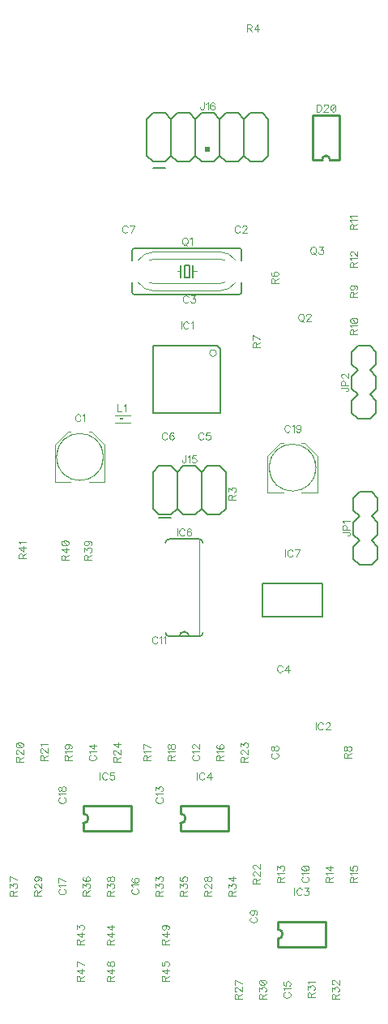
<source format=gto>
G04 DipTrace 3.2.0.1*
G04 ugrids02.GTO*
%MOIN*%
G04 #@! TF.FileFunction,Legend,Top*
G04 #@! TF.Part,Single*
%ADD10C,0.009843*%
%ADD14C,0.008*%
%ADD18C,0.006*%
%ADD19C,0.002*%
%ADD23C,0.000013*%
%ADD24C,0.004*%
%ADD32C,0.002756*%
%ADD66C,0.004632*%
%FSLAX26Y26*%
G04*
G70*
G90*
G75*
G01*
G04 TopSilk*
%LPD*%
X595712Y2881604D2*
D23*
G02X595712Y2881604I96466J0D01*
G01*
X654775Y2779232D2*
D24*
X589816D1*
Y2930826D1*
X642962Y2983977D1*
X654775D1*
X729581D2*
X741394D1*
X794540Y2930826D1*
Y2779232D1*
X729581D1*
X658706Y2791049D2*
G02X658706Y2972160I33497J90556D01*
G01*
X725651Y2791049D2*
G03X725651Y2972160I-33497J90556D01*
G01*
X1470712Y2837855D2*
D23*
G02X1470712Y2837855I96466J0D01*
G01*
X1529775Y2735482D2*
D24*
X1464816D1*
Y2887076D1*
X1517962Y2940228D1*
X1529775D1*
X1604581D2*
X1616394D1*
X1669540Y2887076D1*
Y2735482D1*
X1604581D1*
X1533706Y2747299D2*
G02X1533706Y2928411I33497J90556D01*
G01*
X1600651Y2747299D2*
G03X1600651Y2928411I-33497J90556D01*
G01*
X1225799Y3308104D2*
D23*
G02X1225799Y3308104I14143J0D01*
G01*
X1269915Y3062132D2*
D18*
X993969D1*
Y3338077D1*
X1255947D1*
X1269915Y3324109D2*
Y3062132D1*
Y3324109D2*
X1255947Y3338077D1*
X1506251Y870278D2*
D10*
X1703105D1*
X1506251Y972655D2*
X1703105D1*
Y870278D2*
Y972655D1*
X1506251Y901772D2*
Y870278D1*
Y941161D2*
Y972655D1*
Y901772D2*
G03X1506251Y941161I-9J19694D01*
G01*
X1106251Y1345278D2*
X1303105D1*
X1106251Y1447655D2*
X1303105D1*
Y1345278D2*
Y1447655D1*
X1106251Y1376772D2*
Y1345278D1*
Y1416161D2*
Y1447655D1*
Y1376772D2*
G03X1106251Y1416161I-9J19694D01*
G01*
X706251Y1345278D2*
X903105D1*
X706251Y1447655D2*
X903105D1*
Y1345278D2*
Y1447655D1*
X706251Y1376772D2*
Y1345278D1*
Y1416161D2*
Y1447655D1*
Y1376772D2*
G03X706251Y1416161I-9J19694D01*
G01*
X1198168Y2529104D2*
D18*
G03X1183163Y2544104I-15000J0D01*
G01*
X1059193Y2144104D2*
G02X1044188Y2159104I-18J14987D01*
G01*
Y2529104D2*
G02X1059193Y2544104I14987J13D01*
G01*
X1183163Y2144104D2*
G03X1198168Y2159104I32J14974D01*
G01*
X1183163Y2544104D2*
X1059193D1*
Y2144104D2*
X1101182D1*
X1141174D1*
X1183163D1*
X1101182D2*
G02X1141174Y2144104I19996J4D01*
G01*
X1184193D2*
D19*
Y2544104D1*
X1444186Y2362251D2*
D18*
Y2226023D1*
X1690170D2*
Y2362251D1*
X1444186D2*
X1690170D1*
Y2226023D2*
X1444186D1*
X992178Y2669098D2*
D14*
X1017168Y2644112D1*
X1067178D2*
X1092168Y2669098D1*
X1117188Y2644112D1*
X1167168D2*
X1192188Y2669098D1*
X1217178Y2644112D1*
X1267188D2*
X1292178Y2669098D1*
X992178D2*
Y2819097D1*
X1017168Y2844104D1*
X1067178D1*
X1092168Y2819097D1*
X1117188Y2844104D1*
X1167168D1*
X1192188Y2819097D1*
X1217178Y2844104D1*
X1267188D1*
X1292178Y2819097D1*
X1092168D2*
Y2669098D1*
X1192188Y2819097D2*
Y2669098D1*
X1292178Y2819097D2*
Y2669098D1*
X1217178Y2644112D2*
X1267188D1*
X1117188D2*
X1167168D1*
X1017168D2*
X1067178D1*
Y2630915D2*
X1017168D1*
G36*
X1207178Y4154109D2*
X1227178D1*
Y4134129D1*
X1207178D1*
Y4154109D1*
G37*
X967178Y4119099D2*
D18*
X992178Y4094102D1*
X1042178D2*
X1067178Y4119099D1*
X1092178Y4094102D1*
X1142178D2*
X1167178Y4119099D1*
X1192178Y4094102D1*
X1242178D2*
X1267178Y4119099D1*
X1292178Y4094102D1*
X1342178D2*
X1367178Y4119099D1*
X967178D2*
Y4269107D1*
X992178Y4294104D1*
X1042178D1*
X1067178Y4269107D1*
X1092178Y4294104D1*
X1142178D1*
X1167178Y4269107D1*
X1192178Y4294104D1*
X1242178D1*
X1267178Y4269107D1*
X1292178Y4294104D1*
X1342178D1*
X1367178Y4269107D1*
X1067178D2*
Y4119099D1*
X1167178Y4269107D2*
Y4119099D1*
X1267178Y4269107D2*
Y4119099D1*
X1367178Y4269107D2*
Y4119099D1*
X1292178Y4094102D2*
X1342178D1*
X1192178D2*
X1242178D1*
X1092178D2*
X1142178D1*
X992178D2*
X1042178D1*
X1367178Y4119099D2*
X1392178Y4094102D1*
X1442178D2*
X1467178Y4119099D1*
X1367178Y4269107D2*
X1392178Y4294104D1*
X1442178D1*
X1467178Y4269107D1*
Y4119099D1*
X1392178Y4094102D2*
X1442178D1*
X992178Y4069104D2*
D14*
X1042178D1*
X1842177Y2637864D2*
X1817177Y2662854D1*
Y2712864D1*
X1842177Y2737854D1*
X1892177D2*
X1917177Y2712864D1*
Y2662854D1*
X1892177Y2637864D1*
X1817177Y2462844D2*
Y2512854D1*
X1842177Y2537844D1*
X1892177D2*
X1917177Y2512854D1*
X1842177Y2537844D2*
X1817177Y2562864D1*
Y2612844D1*
X1842177Y2637864D1*
X1892177D2*
X1917177Y2612844D1*
Y2562864D1*
X1892177Y2537844D1*
X1842177Y2437854D2*
X1892177D1*
X1817177Y2462844D2*
X1842177Y2437854D1*
X1892177D2*
X1917177Y2462844D1*
Y2512854D2*
Y2462844D1*
X1842177Y2737854D2*
X1892177D1*
X1885927Y3137845D2*
X1910927Y3112855D1*
Y3062845D1*
X1885927Y3037855D1*
X1835927D2*
X1810927Y3062845D1*
Y3112855D1*
X1835927Y3137845D1*
X1910927Y3312865D2*
Y3262855D1*
X1885927Y3237865D1*
X1835927D2*
X1810927Y3262855D1*
X1885927Y3237865D2*
X1910927Y3212845D1*
Y3162865D1*
X1885927Y3137845D1*
X1835927D2*
X1810927Y3162865D1*
Y3212845D1*
X1835927Y3237865D1*
X1885927Y3337855D2*
X1835927D1*
X1910927Y3312865D2*
X1885927Y3337855D1*
X1835927D2*
X1810927Y3312865D1*
Y3262855D2*
Y3312865D1*
X1885927Y3037855D2*
X1835927D1*
G36*
X871112Y3041791D2*
X855370D1*
Y3033904D1*
X871112D1*
Y3041791D1*
G37*
X835683Y3053602D2*
D32*
X898670D1*
Y3022106D2*
X835683D1*
X931047Y3689096D2*
D19*
G02X997186Y3724113I66126J-44928D01*
G01*
X907152Y3689096D2*
D18*
Y3729110D1*
X1267170Y3724113D2*
D19*
G02X1333309Y3689096I32J-79908D01*
G01*
X1357204D2*
D18*
Y3729110D1*
X1267170Y3594096D2*
D19*
X997186D1*
X1267170Y3564095D2*
X997186D1*
Y3694112D2*
X1267170D1*
X1347174Y3549104D2*
D18*
X917182D1*
X1347174D2*
G03X1357204Y3559098I32J9998D01*
G01*
Y3599112D1*
X1267170Y3594096D2*
D19*
G03X1289000Y3599112I-73J50328D01*
G01*
X1267170Y3694112D2*
G02X1289000Y3689096I-4J-50027D01*
G01*
X1267170Y3564095D2*
G03X1333309Y3599112I-6J79980D01*
G01*
X931047D2*
G03X997186Y3564095I66154J44981D01*
G01*
X975356Y3599112D2*
G03X997186Y3594096I21763J44703D01*
G01*
X975356Y3689096D2*
G02X997186Y3694112I21951J-45523D01*
G01*
X907152Y3559098D2*
D18*
Y3599112D1*
Y3559098D2*
G03X917182Y3549104I10064J70D01*
G01*
X997186Y3724113D2*
D19*
X1267170D1*
X1347174Y3739104D2*
D18*
X917182D1*
X1347174D2*
G02X1357204Y3729110I-1J-10031D01*
G01*
X907152D2*
G02X917182Y3739104I10031J-37D01*
G01*
X1122207Y3669108D2*
Y3619100D1*
X1142149D1*
Y3669108D1*
X1122207D1*
X1107162D2*
Y3644104D1*
Y3619100D1*
Y3644104D2*
D19*
X1092176D1*
X1157194Y3669108D2*
D18*
Y3644104D1*
Y3619100D1*
Y3644104D2*
D19*
X1172180D1*
X1759799Y4101482D2*
D10*
Y4286530D1*
X1651519D1*
X1649557D2*
Y4101482D1*
X1688920D1*
X1759799D2*
X1720436D1*
G03X1688920Y4101482I-15758J1844D01*
G01*
X694709Y3050265D2*
D66*
X693283Y3053117D1*
X690398Y3056002D1*
X687546Y3057428D1*
X681809D1*
X678924Y3056002D1*
X676072Y3053117D1*
X674613Y3050265D1*
X673187Y3045954D1*
Y3038758D1*
X674613Y3034480D1*
X676072Y3031595D1*
X678924Y3028743D1*
X681809Y3027284D1*
X687546D1*
X690398Y3028743D1*
X693283Y3031595D1*
X694709Y3034480D1*
X703973Y3051658D2*
X706858Y3053117D1*
X711169Y3057395D1*
Y3027284D1*
X1350759Y3825560D2*
X1349333Y3828412D1*
X1346448Y3831297D1*
X1343596Y3832723D1*
X1337859D1*
X1334974Y3831297D1*
X1332122Y3828412D1*
X1330663Y3825560D1*
X1329237Y3821249D1*
Y3814053D1*
X1330663Y3809775D1*
X1332122Y3806890D1*
X1334974Y3804038D1*
X1337859Y3802579D1*
X1343596D1*
X1346448Y3804038D1*
X1349333Y3806890D1*
X1350759Y3809775D1*
X1361482Y3825527D2*
Y3826953D1*
X1362908Y3829838D1*
X1364334Y3831264D1*
X1367219Y3832690D1*
X1372956D1*
X1375808Y3831264D1*
X1377234Y3829838D1*
X1378693Y3826953D1*
Y3824101D1*
X1377234Y3821216D1*
X1374382Y3816938D1*
X1360023Y3802579D1*
X1380119D1*
X1138259Y3538060D2*
X1136833Y3540912D1*
X1133948Y3543797D1*
X1131096Y3545223D1*
X1125359D1*
X1122474Y3543797D1*
X1119622Y3540912D1*
X1118163Y3538060D1*
X1116737Y3533749D1*
Y3526553D1*
X1118163Y3522275D1*
X1119622Y3519390D1*
X1122474Y3516538D1*
X1125359Y3515079D1*
X1131096D1*
X1133948Y3516538D1*
X1136833Y3519390D1*
X1138259Y3522275D1*
X1150408Y3545190D2*
X1166160D1*
X1157571Y3533716D1*
X1161882D1*
X1164734Y3532290D1*
X1166160Y3530864D1*
X1167619Y3526553D1*
Y3523701D1*
X1166160Y3519390D1*
X1163308Y3516505D1*
X1158997Y3515079D1*
X1154686D1*
X1150408Y3516505D1*
X1148982Y3517964D1*
X1147523Y3520816D1*
X1525046Y2019311D2*
X1523620Y2022163D1*
X1520735Y2025048D1*
X1517883Y2026474D1*
X1512146D1*
X1509261Y2025048D1*
X1506409Y2022163D1*
X1504950Y2019311D1*
X1503524Y2015000D1*
Y2007804D1*
X1504950Y2003526D1*
X1506409Y2000641D1*
X1509261Y1997789D1*
X1512146Y1996330D1*
X1517883D1*
X1520735Y1997789D1*
X1523620Y2000641D1*
X1525046Y2003526D1*
X1548669Y1996330D2*
Y2026441D1*
X1534310Y2006378D1*
X1555832D1*
X1200759Y2975560D2*
X1199333Y2978412D1*
X1196448Y2981297D1*
X1193596Y2982723D1*
X1187859D1*
X1184974Y2981297D1*
X1182122Y2978412D1*
X1180663Y2975560D1*
X1179237Y2971249D1*
Y2964053D1*
X1180663Y2959775D1*
X1182122Y2956890D1*
X1184974Y2954038D1*
X1187859Y2952579D1*
X1193596D1*
X1196448Y2954038D1*
X1199333Y2956890D1*
X1200759Y2959775D1*
X1227234Y2982690D2*
X1212908D1*
X1211482Y2969790D1*
X1212908Y2971216D1*
X1217219Y2972675D1*
X1221497D1*
X1225808Y2971216D1*
X1228693Y2968364D1*
X1230119Y2964053D1*
Y2961201D1*
X1228693Y2956890D1*
X1225808Y2954005D1*
X1221497Y2952579D1*
X1217219D1*
X1212908Y2954005D1*
X1211482Y2955464D1*
X1210023Y2958316D1*
X1051489Y2975560D2*
X1050063Y2978412D1*
X1047178Y2981297D1*
X1044326Y2982723D1*
X1038589D1*
X1035704Y2981297D1*
X1032852Y2978412D1*
X1031393Y2975560D1*
X1029967Y2971249D1*
Y2964053D1*
X1031393Y2959775D1*
X1032852Y2956890D1*
X1035704Y2954038D1*
X1038589Y2952579D1*
X1044326D1*
X1047178Y2954038D1*
X1050063Y2956890D1*
X1051489Y2959775D1*
X1077963Y2978412D2*
X1076537Y2981264D1*
X1072226Y2982690D1*
X1069374D1*
X1065063Y2981264D1*
X1062178Y2976953D1*
X1060752Y2969790D1*
Y2962627D1*
X1062178Y2956890D1*
X1065063Y2954005D1*
X1069374Y2952579D1*
X1070800D1*
X1075078Y2954005D1*
X1077963Y2956890D1*
X1079389Y2961201D1*
Y2962627D1*
X1077963Y2966938D1*
X1075078Y2969790D1*
X1070800Y2971216D1*
X1069374D1*
X1065063Y2969790D1*
X1062178Y2966938D1*
X1060752Y2962627D1*
X888259Y3825560D2*
X886833Y3828412D1*
X883948Y3831297D1*
X881096Y3832723D1*
X875359D1*
X872474Y3831297D1*
X869622Y3828412D1*
X868163Y3825560D1*
X866737Y3821249D1*
Y3814053D1*
X868163Y3809775D1*
X869622Y3806890D1*
X872474Y3804038D1*
X875359Y3802579D1*
X881096D1*
X883948Y3804038D1*
X886833Y3806890D1*
X888259Y3809775D1*
X903260Y3802579D2*
X917619Y3832690D1*
X897523D1*
X1485722Y1665202D2*
X1482870Y1663776D1*
X1479985Y1660891D1*
X1478559Y1658039D1*
Y1652302D1*
X1479985Y1649417D1*
X1482870Y1646565D1*
X1485722Y1645106D1*
X1490033Y1643680D1*
X1497229D1*
X1501507Y1645106D1*
X1504392Y1646565D1*
X1507244Y1649417D1*
X1508703Y1652302D1*
Y1658039D1*
X1507244Y1660891D1*
X1504392Y1663776D1*
X1501507Y1665202D1*
X1478592Y1681629D2*
X1480018Y1677351D1*
X1482870Y1675892D1*
X1485755D1*
X1488607Y1677351D1*
X1490066Y1680203D1*
X1491492Y1685940D1*
X1492918Y1690251D1*
X1495803Y1693103D1*
X1498655Y1694529D1*
X1502966D1*
X1505818Y1693103D1*
X1507277Y1691677D1*
X1508703Y1687366D1*
Y1681629D1*
X1507277Y1677351D1*
X1505818Y1675892D1*
X1502966Y1674466D1*
X1498655D1*
X1495803Y1675892D1*
X1492918Y1678777D1*
X1491492Y1683055D1*
X1490066Y1688792D1*
X1488607Y1691677D1*
X1485755Y1693103D1*
X1482870D1*
X1480018Y1691677D1*
X1478592Y1687366D1*
Y1681629D1*
X1398222Y990899D2*
X1395370Y989473D1*
X1392485Y986588D1*
X1391059Y983736D1*
Y977999D1*
X1392485Y975114D1*
X1395370Y972262D1*
X1398222Y970803D1*
X1402533Y969377D1*
X1409729D1*
X1414007Y970803D1*
X1416892Y972262D1*
X1419744Y975114D1*
X1421203Y977999D1*
Y983736D1*
X1419744Y986588D1*
X1416892Y989473D1*
X1414007Y990899D1*
X1401107Y1018832D2*
X1405418Y1017373D1*
X1408303Y1014521D1*
X1409729Y1010210D1*
Y1008784D1*
X1408303Y1004473D1*
X1405418Y1001621D1*
X1401107Y1000162D1*
X1399681D1*
X1395370Y1001621D1*
X1392518Y1004473D1*
X1391092Y1008784D1*
Y1010210D1*
X1392518Y1014521D1*
X1395370Y1017373D1*
X1401107Y1018832D1*
X1408303D1*
X1415466Y1017373D1*
X1419777Y1014521D1*
X1421203Y1010210D1*
Y1007358D1*
X1419777Y1003047D1*
X1416892Y1001621D1*
X1610722Y1156956D2*
X1607870Y1155530D1*
X1604985Y1152645D1*
X1603559Y1149793D1*
Y1144056D1*
X1604985Y1141171D1*
X1607870Y1138319D1*
X1610722Y1136860D1*
X1615033Y1135434D1*
X1622229D1*
X1626507Y1136860D1*
X1629392Y1138319D1*
X1632244Y1141171D1*
X1633703Y1144056D1*
Y1149793D1*
X1632244Y1152645D1*
X1629392Y1155530D1*
X1626507Y1156956D1*
X1609329Y1166219D2*
X1607870Y1169104D1*
X1603592Y1173415D1*
X1633703D1*
X1603592Y1191301D2*
X1605018Y1186990D1*
X1609329Y1184105D1*
X1616492Y1182679D1*
X1620803D1*
X1627966Y1184105D1*
X1632277Y1186990D1*
X1633703Y1191301D1*
Y1194153D1*
X1632277Y1198464D1*
X1627966Y1201316D1*
X1620803Y1202775D1*
X1616492D1*
X1609329Y1201316D1*
X1605018Y1198464D1*
X1603592Y1194153D1*
Y1191301D1*
X1609329Y1201316D2*
X1627966Y1184105D1*
X1011479Y2138060D2*
X1010053Y2140912D1*
X1007168Y2143797D1*
X1004316Y2145223D1*
X998580D1*
X995694Y2143797D1*
X992843Y2140912D1*
X991383Y2138060D1*
X989957Y2133749D1*
Y2126553D1*
X991383Y2122275D1*
X992843Y2119390D1*
X995694Y2116538D1*
X998580Y2115079D1*
X1004316D1*
X1007168Y2116538D1*
X1010053Y2119390D1*
X1011479Y2122275D1*
X1020743Y2139453D2*
X1023628Y2140912D1*
X1027939Y2145190D1*
Y2115079D1*
X1037203Y2139453D2*
X1040088Y2140912D1*
X1044399Y2145190D1*
Y2115079D1*
X1160722Y1656956D2*
X1157870Y1655530D1*
X1154985Y1652645D1*
X1153559Y1649793D1*
Y1644056D1*
X1154985Y1641171D1*
X1157870Y1638319D1*
X1160722Y1636860D1*
X1165033Y1635434D1*
X1172229D1*
X1176507Y1636860D1*
X1179392Y1638319D1*
X1182244Y1641171D1*
X1183703Y1644056D1*
Y1649793D1*
X1182244Y1652645D1*
X1179392Y1655530D1*
X1176507Y1656956D1*
X1159329Y1666219D2*
X1157870Y1669104D1*
X1153592Y1673415D1*
X1183703D1*
X1160755Y1684138D2*
X1159329D1*
X1156444Y1685564D1*
X1155018Y1686990D1*
X1153592Y1689875D1*
Y1695612D1*
X1155018Y1698464D1*
X1156444Y1699890D1*
X1159329Y1701349D1*
X1162181D1*
X1165066Y1699890D1*
X1169344Y1697038D1*
X1183703Y1682679D1*
Y1702775D1*
X1010722Y1481956D2*
X1007870Y1480530D1*
X1004985Y1477645D1*
X1003559Y1474793D1*
Y1469056D1*
X1004985Y1466171D1*
X1007870Y1463319D1*
X1010722Y1461860D1*
X1015033Y1460434D1*
X1022229D1*
X1026507Y1461860D1*
X1029392Y1463319D1*
X1032244Y1466171D1*
X1033703Y1469056D1*
Y1474793D1*
X1032244Y1477645D1*
X1029392Y1480530D1*
X1026507Y1481956D1*
X1009329Y1491219D2*
X1007870Y1494104D1*
X1003592Y1498415D1*
X1033703D1*
X1003592Y1510564D2*
Y1526316D1*
X1015066Y1517727D1*
Y1522038D1*
X1016492Y1524890D1*
X1017918Y1526316D1*
X1022229Y1527775D1*
X1025081D1*
X1029392Y1526316D1*
X1032277Y1523464D1*
X1033703Y1519153D1*
Y1514842D1*
X1032277Y1510564D1*
X1030818Y1509138D1*
X1027966Y1507679D1*
X735722Y1656243D2*
X732870Y1654817D1*
X729985Y1651932D1*
X728559Y1649080D1*
Y1643343D1*
X729985Y1640458D1*
X732870Y1637606D1*
X735722Y1636147D1*
X740033Y1634721D1*
X747229D1*
X751507Y1636147D1*
X754392Y1637606D1*
X757244Y1640458D1*
X758703Y1643343D1*
Y1649080D1*
X757244Y1651932D1*
X754392Y1654817D1*
X751507Y1656243D1*
X734329Y1665506D2*
X732870Y1668391D1*
X728592Y1672702D1*
X758703D1*
Y1696325D2*
X728592D1*
X748655Y1681966D1*
Y1703488D1*
X1535722Y681956D2*
X1532870Y680530D1*
X1529985Y677645D1*
X1528559Y674793D1*
Y669056D1*
X1529985Y666171D1*
X1532870Y663319D1*
X1535722Y661860D1*
X1540033Y660434D1*
X1547229D1*
X1551507Y661860D1*
X1554392Y663319D1*
X1557244Y666171D1*
X1558703Y669056D1*
Y674793D1*
X1557244Y677645D1*
X1554392Y680530D1*
X1551507Y681956D1*
X1534329Y691219D2*
X1532870Y694104D1*
X1528592Y698415D1*
X1558703D1*
X1528592Y724890D2*
Y710564D1*
X1541492Y709138D1*
X1540066Y710564D1*
X1538607Y714875D1*
Y719153D1*
X1540066Y723464D1*
X1542918Y726349D1*
X1547229Y727775D1*
X1550081D1*
X1554392Y726349D1*
X1557277Y723464D1*
X1558703Y719153D1*
Y714875D1*
X1557277Y710564D1*
X1555818Y709138D1*
X1552966Y707679D1*
X910722Y1107685D2*
X907870Y1106259D1*
X904985Y1103374D1*
X903559Y1100522D1*
Y1094786D1*
X904985Y1091900D1*
X907870Y1089049D1*
X910722Y1087589D1*
X915033Y1086163D1*
X922229D1*
X926507Y1087589D1*
X929392Y1089049D1*
X932244Y1091900D1*
X933703Y1094785D1*
Y1100522D1*
X932244Y1103374D1*
X929392Y1106259D1*
X926507Y1107685D1*
X909329Y1116949D2*
X907870Y1119834D1*
X903592Y1124145D1*
X933703D1*
X907870Y1150619D2*
X905018Y1149193D1*
X903592Y1144882D1*
Y1142031D1*
X905018Y1137720D1*
X909329Y1134834D1*
X916492Y1133409D1*
X923655D1*
X929392Y1134834D1*
X932277Y1137720D1*
X933703Y1142031D1*
Y1143456D1*
X932277Y1147734D1*
X929392Y1150619D1*
X925081Y1152045D1*
X923655D1*
X919344Y1150619D1*
X916492Y1147734D1*
X915066Y1143457D1*
Y1142031D1*
X916492Y1137720D1*
X919344Y1134834D1*
X923655Y1133409D1*
X610722Y1106956D2*
X607870Y1105530D1*
X604985Y1102645D1*
X603559Y1099793D1*
Y1094056D1*
X604985Y1091171D1*
X607870Y1088319D1*
X610722Y1086860D1*
X615033Y1085434D1*
X622229D1*
X626507Y1086860D1*
X629392Y1088319D1*
X632244Y1091171D1*
X633703Y1094056D1*
Y1099793D1*
X632244Y1102645D1*
X629392Y1105530D1*
X626507Y1106956D1*
X609329Y1116219D2*
X607870Y1119104D1*
X603592Y1123415D1*
X633703D1*
Y1138416D2*
X603592Y1152775D1*
Y1132679D1*
X610722Y1481972D2*
X607870Y1480546D1*
X604985Y1477661D1*
X603559Y1474810D1*
Y1469073D1*
X604985Y1466187D1*
X607870Y1463336D1*
X610722Y1461876D1*
X615033Y1460450D1*
X622229D1*
X626507Y1461876D1*
X629392Y1463336D1*
X632244Y1466187D1*
X633703Y1469072D1*
Y1474809D1*
X632244Y1477661D1*
X629392Y1480546D1*
X626507Y1481972D1*
X609329Y1491236D2*
X607870Y1494121D1*
X603592Y1498432D1*
X633703D1*
X603592Y1514858D2*
X605018Y1510581D1*
X607870Y1509122D1*
X610755D1*
X613607Y1510581D1*
X615066Y1513433D1*
X616492Y1519169D1*
X617918Y1523481D1*
X620803Y1526332D1*
X623655Y1527758D1*
X627966D1*
X630818Y1526332D1*
X632277Y1524906D1*
X633703Y1520595D1*
Y1514858D1*
X632277Y1510581D1*
X630818Y1509121D1*
X627966Y1507696D1*
X623655D1*
X620803Y1509121D1*
X617918Y1512007D1*
X616492Y1516284D1*
X615066Y1522021D1*
X613607Y1524906D1*
X610755Y1526332D1*
X607870D1*
X605018Y1524906D1*
X603592Y1520595D1*
Y1514858D1*
X1555742Y3006516D2*
X1554316Y3009368D1*
X1551431Y3012253D1*
X1548580Y3013679D1*
X1542843D1*
X1539957Y3012253D1*
X1537106Y3009368D1*
X1535646Y3006516D1*
X1534220Y3002205D1*
Y2995009D1*
X1535646Y2990731D1*
X1537106Y2987846D1*
X1539957Y2984994D1*
X1542843Y2983535D1*
X1548580D1*
X1551431Y2984994D1*
X1554316Y2987846D1*
X1555742Y2990731D1*
X1565006Y3007908D2*
X1567891Y3009368D1*
X1572202Y3013645D1*
Y2983535D1*
X1600136Y3003631D2*
X1598677Y2999320D1*
X1595825Y2996435D1*
X1591514Y2995009D1*
X1590088D1*
X1585777Y2996435D1*
X1582925Y2999320D1*
X1581466Y3003631D1*
Y3005057D1*
X1582925Y3009368D1*
X1585777Y3012220D1*
X1590088Y3013645D1*
X1591514D1*
X1595825Y3012220D1*
X1598677Y3009368D1*
X1600136Y3003631D1*
Y2996435D1*
X1598677Y2989272D1*
X1595825Y2984961D1*
X1591514Y2983535D1*
X1588662D1*
X1584351Y2984961D1*
X1582925Y2987846D1*
X1108319Y3438038D2*
Y3407894D1*
X1139105Y3430875D2*
X1137679Y3433727D1*
X1134794Y3436612D1*
X1131942Y3438038D1*
X1126205D1*
X1123320Y3436612D1*
X1120468Y3433727D1*
X1119009Y3430875D1*
X1117583Y3426564D1*
Y3419368D1*
X1119009Y3415090D1*
X1120468Y3412205D1*
X1123320Y3409353D1*
X1126205Y3407894D1*
X1131942D1*
X1134794Y3409353D1*
X1137679Y3412205D1*
X1139105Y3415090D1*
X1148368Y3432268D2*
X1151253Y3433727D1*
X1155564Y3438005D1*
Y3407894D1*
X1662106Y1791109D2*
Y1760965D1*
X1692891Y1783946D2*
X1691465Y1786798D1*
X1688580Y1789683D1*
X1685728Y1791109D1*
X1679991D1*
X1677106Y1789683D1*
X1674254Y1786798D1*
X1672795Y1783946D1*
X1671369Y1779635D1*
Y1772439D1*
X1672795Y1768161D1*
X1674254Y1765276D1*
X1677106Y1762424D1*
X1679991Y1760965D1*
X1685728D1*
X1688580Y1762424D1*
X1691465Y1765276D1*
X1692891Y1768161D1*
X1703614Y1783913D2*
Y1785339D1*
X1705040Y1788224D1*
X1706466Y1789650D1*
X1709351Y1791076D1*
X1715088D1*
X1717940Y1789650D1*
X1719366Y1788224D1*
X1720825Y1785339D1*
Y1782487D1*
X1719366Y1779602D1*
X1716514Y1775324D1*
X1702155Y1760965D1*
X1722251D1*
X1574606Y1111070D2*
Y1080926D1*
X1605391Y1103907D2*
X1603965Y1106759D1*
X1601080Y1109644D1*
X1598228Y1111070D1*
X1592491D1*
X1589606Y1109644D1*
X1586754Y1106759D1*
X1585295Y1103907D1*
X1583869Y1099596D1*
Y1092400D1*
X1585295Y1088122D1*
X1586754Y1085237D1*
X1589606Y1082385D1*
X1592491Y1080926D1*
X1598228D1*
X1601080Y1082385D1*
X1603965Y1085237D1*
X1605391Y1088122D1*
X1617540Y1111037D2*
X1633291D1*
X1624703Y1099563D1*
X1629014D1*
X1631866Y1098137D1*
X1633291Y1096711D1*
X1634751Y1092400D1*
Y1089548D1*
X1633291Y1085237D1*
X1630440Y1082352D1*
X1626129Y1080926D1*
X1621818D1*
X1617540Y1082352D1*
X1616114Y1083811D1*
X1614655Y1086663D1*
X1173893Y1586070D2*
Y1555926D1*
X1204678Y1578907D2*
X1203252Y1581759D1*
X1200367Y1584644D1*
X1197515Y1586070D1*
X1191778D1*
X1188893Y1584644D1*
X1186041Y1581759D1*
X1184582Y1578907D1*
X1183156Y1574596D1*
Y1567400D1*
X1184582Y1563122D1*
X1186041Y1560237D1*
X1188893Y1557385D1*
X1191778Y1555926D1*
X1197515D1*
X1200367Y1557385D1*
X1203252Y1560237D1*
X1204678Y1563122D1*
X1228301Y1555926D2*
Y1586037D1*
X1213942Y1565974D1*
X1235464D1*
X774606Y1586070D2*
Y1555926D1*
X805391Y1578907D2*
X803965Y1581759D1*
X801080Y1584644D1*
X798228Y1586070D1*
X792491D1*
X789606Y1584644D1*
X786754Y1581759D1*
X785295Y1578907D1*
X783869Y1574596D1*
Y1567400D1*
X785295Y1563122D1*
X786754Y1560237D1*
X789606Y1557385D1*
X792491Y1555926D1*
X798228D1*
X801080Y1557385D1*
X803965Y1560237D1*
X805391Y1563122D1*
X831866Y1586037D2*
X817540D1*
X816114Y1573137D1*
X817540Y1574563D1*
X821851Y1576022D1*
X826129D1*
X830440Y1574563D1*
X833325Y1571711D1*
X834751Y1567400D1*
Y1564548D1*
X833325Y1560237D1*
X830440Y1557352D1*
X826129Y1555926D1*
X821851D1*
X817540Y1557352D1*
X816114Y1558811D1*
X814655Y1561663D1*
X1091835Y2588038D2*
Y2557894D1*
X1122621Y2580875D2*
X1121195Y2583727D1*
X1118310Y2586612D1*
X1115458Y2588038D1*
X1109721D1*
X1106836Y2586612D1*
X1103984Y2583727D1*
X1102525Y2580875D1*
X1101099Y2576564D1*
Y2569368D1*
X1102525Y2565090D1*
X1103984Y2562205D1*
X1106836Y2559353D1*
X1109721Y2557894D1*
X1115458D1*
X1118310Y2559353D1*
X1121195Y2562205D1*
X1122621Y2565090D1*
X1149095Y2583727D2*
X1147669Y2586579D1*
X1143358Y2588005D1*
X1140506D1*
X1136195Y2586579D1*
X1133310Y2582268D1*
X1131884Y2575105D1*
Y2567942D1*
X1133310Y2562205D1*
X1136195Y2559320D1*
X1140506Y2557894D1*
X1141932D1*
X1146210Y2559320D1*
X1149095Y2562205D1*
X1150521Y2566516D1*
Y2567942D1*
X1149095Y2572253D1*
X1146210Y2575105D1*
X1141932Y2576531D1*
X1140506D1*
X1136195Y2575105D1*
X1133310Y2572253D1*
X1131884Y2567942D1*
X1537106Y2501538D2*
Y2471394D1*
X1567891Y2494375D2*
X1566465Y2497227D1*
X1563580Y2500112D1*
X1560728Y2501538D1*
X1554991D1*
X1552106Y2500112D1*
X1549254Y2497227D1*
X1547795Y2494375D1*
X1546369Y2490064D1*
Y2482868D1*
X1547795Y2478590D1*
X1549254Y2475705D1*
X1552106Y2472853D1*
X1554991Y2471394D1*
X1560728D1*
X1563580Y2472853D1*
X1566465Y2475705D1*
X1567891Y2478590D1*
X1582892Y2471394D2*
X1597251Y2501505D1*
X1577155D1*
X1126448Y2888038D2*
Y2865090D1*
X1125022Y2860779D1*
X1123563Y2859353D1*
X1120711Y2857894D1*
X1117826D1*
X1114974Y2859353D1*
X1113548Y2860779D1*
X1112089Y2865090D1*
Y2867942D1*
X1135712Y2882268D2*
X1138597Y2883727D1*
X1142908Y2888005D1*
Y2857894D1*
X1169382Y2888005D2*
X1155056D1*
X1153630Y2875105D1*
X1155056Y2876531D1*
X1159367Y2877990D1*
X1163645D1*
X1167956Y2876531D1*
X1170841Y2873679D1*
X1172267Y2869368D1*
Y2866516D1*
X1170841Y2862205D1*
X1167956Y2859320D1*
X1163645Y2857894D1*
X1159367D1*
X1155056Y2859320D1*
X1153630Y2860779D1*
X1152171Y2863631D1*
X1202178Y4338038D2*
Y4315090D1*
X1200752Y4310779D1*
X1199292Y4309353D1*
X1196441Y4307894D1*
X1193556D1*
X1190704Y4309353D1*
X1189278Y4310779D1*
X1187819Y4315090D1*
Y4317942D1*
X1211441Y4332268D2*
X1214326Y4333727D1*
X1218637Y4338005D1*
Y4307894D1*
X1245112Y4333727D2*
X1243686Y4336579D1*
X1239375Y4338005D1*
X1236523D1*
X1232212Y4336579D1*
X1229327Y4332268D1*
X1227901Y4325105D1*
Y4317942D1*
X1229327Y4312205D1*
X1232212Y4309320D1*
X1236523Y4307894D1*
X1237949D1*
X1242227Y4309320D1*
X1245112Y4312205D1*
X1246538Y4316516D1*
Y4317942D1*
X1245112Y4322253D1*
X1242227Y4325105D1*
X1237949Y4326531D1*
X1236523D1*
X1232212Y4325105D1*
X1229327Y4322253D1*
X1227901Y4317942D1*
X1773243Y2572124D2*
X1796191D1*
X1800502Y2570698D1*
X1801928Y2569239D1*
X1803387Y2566387D1*
Y2563502D1*
X1801928Y2560650D1*
X1800502Y2559224D1*
X1796191Y2557765D1*
X1793339D1*
X1789028Y2581387D2*
Y2594320D1*
X1787602Y2598598D1*
X1786143Y2600057D1*
X1783291Y2601483D1*
X1778980D1*
X1776128Y2600057D1*
X1774669Y2598598D1*
X1773243Y2594320D1*
Y2581387D1*
X1803387D1*
X1779013Y2610747D2*
X1777554Y2613632D1*
X1773276Y2617943D1*
X1803387D1*
X1766994Y3165675D2*
X1789942D1*
X1794253Y3164249D1*
X1795679Y3162790D1*
X1797138Y3159938D1*
Y3157053D1*
X1795678Y3154201D1*
X1794253Y3152775D1*
X1789941Y3151316D1*
X1787090D1*
X1782779Y3174939D2*
Y3187872D1*
X1781353Y3192149D1*
X1779894Y3193609D1*
X1777042Y3195035D1*
X1772731D1*
X1769879Y3193609D1*
X1768420Y3192150D1*
X1766994Y3187872D1*
Y3174939D1*
X1797138D1*
X1774190Y3205757D2*
X1772764D1*
X1769879Y3207183D1*
X1768453Y3208609D1*
X1767027Y3211494D1*
Y3217231D1*
X1768453Y3220083D1*
X1769879Y3221509D1*
X1772764Y3222968D1*
X1775616D1*
X1778501Y3221509D1*
X1782779Y3218657D1*
X1797138Y3204298D1*
Y3224394D1*
X846406Y3097536D2*
Y3067392D1*
X863617D1*
X872880Y3091765D2*
X875765Y3093225D1*
X880076Y3097502D1*
Y3067392D1*
X1121080Y3783038D2*
X1118228Y3781645D1*
X1115343Y3778760D1*
X1113917Y3775875D1*
X1112458Y3771564D1*
Y3764401D1*
X1113917Y3760090D1*
X1115343Y3757238D1*
X1118228Y3754353D1*
X1121080Y3752927D1*
X1126817D1*
X1129702Y3754353D1*
X1132554Y3757238D1*
X1133980Y3760090D1*
X1135439Y3764401D1*
Y3771564D1*
X1133980Y3775875D1*
X1132554Y3778760D1*
X1129702Y3781645D1*
X1126817Y3783038D1*
X1121080D1*
X1125391Y3758664D2*
X1133980Y3750042D1*
X1144702Y3777268D2*
X1147587Y3778727D1*
X1151898Y3783005D1*
Y3752894D1*
X1599630Y3470125D2*
X1596778Y3468732D1*
X1593893Y3465847D1*
X1592467Y3462962D1*
X1591008Y3458651D1*
Y3451488D1*
X1592467Y3447177D1*
X1593893Y3444325D1*
X1596778Y3441440D1*
X1599630Y3440014D1*
X1605367D1*
X1608252Y3441440D1*
X1611104Y3444325D1*
X1612530Y3447177D1*
X1613989Y3451488D1*
Y3458651D1*
X1612530Y3462962D1*
X1611104Y3465847D1*
X1608252Y3468732D1*
X1605367Y3470125D1*
X1599630D1*
X1603941Y3445751D2*
X1612530Y3437129D1*
X1624711Y3462929D2*
Y3464355D1*
X1626137Y3467240D1*
X1627563Y3468666D1*
X1630448Y3470092D1*
X1636185D1*
X1639037Y3468666D1*
X1640463Y3467240D1*
X1641922Y3464355D1*
Y3461503D1*
X1640463Y3458618D1*
X1637611Y3454340D1*
X1623252Y3439981D1*
X1643348D1*
X1649630Y3745125D2*
X1646778Y3743732D1*
X1643893Y3740847D1*
X1642467Y3737962D1*
X1641008Y3733651D1*
Y3726488D1*
X1642467Y3722177D1*
X1643893Y3719325D1*
X1646778Y3716440D1*
X1649630Y3715014D1*
X1655367D1*
X1658252Y3716440D1*
X1661104Y3719325D1*
X1662530Y3722177D1*
X1663989Y3726488D1*
Y3733651D1*
X1662530Y3737962D1*
X1661104Y3740847D1*
X1658252Y3743732D1*
X1655367Y3745125D1*
X1649630D1*
X1653941Y3720751D2*
X1662530Y3712129D1*
X1676137Y3745092D2*
X1691889D1*
X1683300Y3733618D1*
X1687611D1*
X1690463Y3732192D1*
X1691889Y3730766D1*
X1693348Y3726455D1*
Y3723603D1*
X1691889Y3719292D1*
X1689037Y3716407D1*
X1684726Y3714981D1*
X1680415D1*
X1676137Y3716407D1*
X1674711Y3717866D1*
X1673252Y3720718D1*
X1317918Y2706877D2*
Y2719777D1*
X1316459Y2724088D1*
X1315033Y2725547D1*
X1312181Y2726973D1*
X1309296D1*
X1306444Y2725547D1*
X1304985Y2724088D1*
X1303559Y2719777D1*
Y2706877D1*
X1333703D1*
X1317918Y2716925D2*
X1333703Y2726973D1*
X1303592Y2739121D2*
Y2754873D1*
X1315066Y2746284D1*
Y2750595D1*
X1316492Y2753447D1*
X1317918Y2754873D1*
X1322229Y2756332D1*
X1325081D1*
X1329392Y2754873D1*
X1332277Y2752021D1*
X1333703Y2747710D1*
Y2743399D1*
X1332277Y2739121D1*
X1330818Y2737695D1*
X1327966Y2736236D1*
X1379237Y4643364D2*
X1392137D1*
X1396448Y4644823D1*
X1397907Y4646249D1*
X1399333Y4649101D1*
Y4651986D1*
X1397907Y4654838D1*
X1396448Y4656297D1*
X1392137Y4657723D1*
X1379237D1*
Y4627579D1*
X1389285Y4643364D2*
X1399333Y4627579D1*
X1422956D2*
Y4657690D1*
X1408597Y4637627D1*
X1430119D1*
X1492918Y3595106D2*
Y3608006D1*
X1491459Y3612317D1*
X1490033Y3613776D1*
X1487181Y3615202D1*
X1484296D1*
X1481444Y3613776D1*
X1479985Y3612317D1*
X1478559Y3608006D1*
Y3595106D1*
X1508703D1*
X1492918Y3605154D2*
X1508703Y3615202D1*
X1482870Y3641677D2*
X1480018Y3640251D1*
X1478592Y3635940D1*
Y3633088D1*
X1480018Y3628777D1*
X1484329Y3625892D1*
X1491492Y3624466D1*
X1498655D1*
X1504392Y3625892D1*
X1507277Y3628777D1*
X1508703Y3633088D1*
Y3634514D1*
X1507277Y3638792D1*
X1504392Y3641677D1*
X1500081Y3643103D1*
X1498655D1*
X1494344Y3641677D1*
X1491492Y3638792D1*
X1490066Y3634514D1*
Y3633088D1*
X1491492Y3628777D1*
X1494344Y3625892D1*
X1498655Y3624466D1*
X1417918Y3331877D2*
Y3344777D1*
X1416459Y3349088D1*
X1415033Y3350547D1*
X1412181Y3351973D1*
X1409296D1*
X1406444Y3350547D1*
X1404985Y3349088D1*
X1403559Y3344777D1*
Y3331877D1*
X1433703D1*
X1417918Y3341925D2*
X1433703Y3351973D1*
Y3366973D2*
X1403592Y3381332D1*
Y3361236D1*
X1792918Y1644393D2*
Y1657293D1*
X1791459Y1661604D1*
X1790033Y1663063D1*
X1787181Y1664489D1*
X1784296D1*
X1781444Y1663063D1*
X1779985Y1661604D1*
X1778559Y1657293D1*
Y1644393D1*
X1808703D1*
X1792918Y1654441D2*
X1808703Y1664489D1*
X1778592Y1680916D2*
X1780018Y1676638D1*
X1782870Y1675179D1*
X1785755D1*
X1788607Y1676638D1*
X1790066Y1679490D1*
X1791492Y1685227D1*
X1792918Y1689538D1*
X1795803Y1692390D1*
X1798655Y1693816D1*
X1802966D1*
X1805818Y1692390D1*
X1807277Y1690964D1*
X1808703Y1686653D1*
Y1680916D1*
X1807277Y1676638D1*
X1805818Y1675179D1*
X1802966Y1673753D1*
X1798655D1*
X1795803Y1675179D1*
X1792918Y1678064D1*
X1791492Y1682342D1*
X1790066Y1688079D1*
X1788607Y1690964D1*
X1785755Y1692390D1*
X1782870D1*
X1780018Y1690964D1*
X1778592Y1686653D1*
Y1680916D1*
X1817918Y3538840D2*
Y3551740D1*
X1816459Y3556051D1*
X1815033Y3557510D1*
X1812181Y3558936D1*
X1809296D1*
X1806444Y3557510D1*
X1804985Y3556051D1*
X1803559Y3551740D1*
Y3538840D1*
X1833703D1*
X1817918Y3548888D2*
X1833703Y3558936D1*
X1813607Y3586870D2*
X1817918Y3585411D1*
X1820803Y3582559D1*
X1822229Y3578248D1*
Y3576822D1*
X1820803Y3572511D1*
X1817918Y3569659D1*
X1813607Y3568200D1*
X1812181D1*
X1807870Y3569659D1*
X1805018Y3572511D1*
X1803592Y3576822D1*
Y3578248D1*
X1805018Y3582559D1*
X1807870Y3585411D1*
X1813607Y3586870D1*
X1820803D1*
X1827966Y3585411D1*
X1832277Y3582559D1*
X1833703Y3578248D1*
Y3575396D1*
X1832277Y3571085D1*
X1829392Y3569659D1*
X1817918Y3386147D2*
Y3399047D1*
X1816459Y3403358D1*
X1815033Y3404817D1*
X1812181Y3406243D1*
X1809296D1*
X1806444Y3404817D1*
X1804985Y3403358D1*
X1803559Y3399047D1*
Y3386147D1*
X1833703D1*
X1817918Y3396195D2*
X1833703Y3406243D1*
X1809329Y3415506D2*
X1807870Y3418391D1*
X1803592Y3422702D1*
X1833703D1*
X1803592Y3440588D2*
X1805018Y3436277D1*
X1809329Y3433392D1*
X1816492Y3431966D1*
X1820803D1*
X1827966Y3433392D1*
X1832277Y3436277D1*
X1833703Y3440588D1*
Y3443440D1*
X1832277Y3447751D1*
X1827966Y3450603D1*
X1820803Y3452062D1*
X1816492D1*
X1809329Y3450603D1*
X1805018Y3447751D1*
X1803592Y3443440D1*
Y3440588D1*
X1809329Y3450603D2*
X1827966Y3433392D1*
X1817918Y3817597D2*
Y3830497D1*
X1816459Y3834808D1*
X1815033Y3836267D1*
X1812181Y3837693D1*
X1809296D1*
X1806444Y3836267D1*
X1804985Y3834808D1*
X1803559Y3830497D1*
Y3817597D1*
X1833703D1*
X1817918Y3827645D2*
X1833703Y3837693D1*
X1809329Y3846956D2*
X1807870Y3849841D1*
X1803592Y3854152D1*
X1833703D1*
X1809329Y3863416D2*
X1807870Y3866301D1*
X1803592Y3870612D1*
X1833703D1*
X1817918Y3661147D2*
Y3674047D1*
X1816459Y3678358D1*
X1815033Y3679817D1*
X1812181Y3681243D1*
X1809296D1*
X1806444Y3679817D1*
X1804985Y3678358D1*
X1803559Y3674047D1*
Y3661147D1*
X1833703D1*
X1817918Y3671195D2*
X1833703Y3681243D1*
X1809329Y3690506D2*
X1807870Y3693391D1*
X1803592Y3697702D1*
X1833703D1*
X1810755Y3708425D2*
X1809329D1*
X1806444Y3709851D1*
X1805018Y3711277D1*
X1803592Y3714162D1*
Y3719899D1*
X1805018Y3722751D1*
X1806444Y3724177D1*
X1809329Y3725636D1*
X1812181D1*
X1815066Y3724177D1*
X1819344Y3721325D1*
X1833703Y3706966D1*
Y3727062D1*
X1517918Y1136147D2*
Y1149047D1*
X1516459Y1153358D1*
X1515033Y1154817D1*
X1512181Y1156243D1*
X1509296D1*
X1506444Y1154817D1*
X1504985Y1153358D1*
X1503559Y1149047D1*
Y1136147D1*
X1533703D1*
X1517918Y1146195D2*
X1533703Y1156243D1*
X1509329Y1165506D2*
X1507870Y1168391D1*
X1503592Y1172702D1*
X1533703D1*
X1503592Y1184851D2*
Y1200603D1*
X1515066Y1192014D1*
Y1196325D1*
X1516492Y1199177D1*
X1517918Y1200603D1*
X1522229Y1202062D1*
X1525081D1*
X1529392Y1200603D1*
X1532277Y1197751D1*
X1533703Y1193440D1*
Y1189129D1*
X1532277Y1184851D1*
X1530818Y1183425D1*
X1527966Y1181966D1*
X1717918Y1135434D2*
Y1148334D1*
X1716459Y1152645D1*
X1715033Y1154104D1*
X1712181Y1155530D1*
X1709296D1*
X1706444Y1154104D1*
X1704985Y1152645D1*
X1703559Y1148334D1*
Y1135434D1*
X1733703D1*
X1717918Y1145482D2*
X1733703Y1155530D1*
X1709329Y1164793D2*
X1707870Y1167678D1*
X1703592Y1171989D1*
X1733703D1*
Y1195612D2*
X1703592D1*
X1723655Y1181253D1*
Y1202775D1*
X1817918Y1136147D2*
Y1149047D1*
X1816459Y1153358D1*
X1815033Y1154817D1*
X1812181Y1156243D1*
X1809296D1*
X1806444Y1154817D1*
X1804985Y1153358D1*
X1803559Y1149047D1*
Y1136147D1*
X1833703D1*
X1817918Y1146195D2*
X1833703Y1156243D1*
X1809329Y1165506D2*
X1807870Y1168391D1*
X1803592Y1172702D1*
X1833703D1*
X1803592Y1199177D2*
Y1184851D1*
X1816492Y1183425D1*
X1815066Y1184851D1*
X1813607Y1189162D1*
Y1193440D1*
X1815066Y1197751D1*
X1817918Y1200636D1*
X1822229Y1202062D1*
X1825081D1*
X1829392Y1200636D1*
X1832277Y1197751D1*
X1833703Y1193440D1*
Y1189162D1*
X1832277Y1184851D1*
X1830818Y1183425D1*
X1827966Y1181966D1*
X1267918Y1636876D2*
Y1649776D1*
X1266459Y1654087D1*
X1265033Y1655546D1*
X1262181Y1656972D1*
X1259296D1*
X1256444Y1655546D1*
X1254985Y1654087D1*
X1253559Y1649776D1*
Y1636876D1*
X1283703D1*
X1267918Y1646924D2*
X1283703Y1656972D1*
X1259329Y1666236D2*
X1257870Y1669121D1*
X1253592Y1673432D1*
X1283703D1*
X1257870Y1699906D2*
X1255018Y1698481D1*
X1253592Y1694170D1*
Y1691318D1*
X1255018Y1687007D1*
X1259329Y1684122D1*
X1266492Y1682696D1*
X1273655D1*
X1279392Y1684121D1*
X1282277Y1687007D1*
X1283703Y1691318D1*
Y1692744D1*
X1282277Y1697021D1*
X1279392Y1699906D1*
X1275081Y1701332D1*
X1273655D1*
X1269344Y1699906D1*
X1266492Y1697021D1*
X1265066Y1692744D1*
Y1691318D1*
X1266492Y1687007D1*
X1269344Y1684121D1*
X1273655Y1682696D1*
X967918Y1636147D2*
Y1649047D1*
X966459Y1653358D1*
X965033Y1654817D1*
X962181Y1656243D1*
X959296D1*
X956444Y1654817D1*
X954985Y1653358D1*
X953559Y1649047D1*
Y1636147D1*
X983703D1*
X967918Y1646195D2*
X983703Y1656243D1*
X959329Y1665506D2*
X957870Y1668391D1*
X953592Y1672702D1*
X983703D1*
Y1687703D2*
X953592Y1702062D1*
Y1681966D1*
X1067918Y1636163D2*
Y1649063D1*
X1066459Y1653374D1*
X1065033Y1654833D1*
X1062181Y1656259D1*
X1059296D1*
X1056444Y1654833D1*
X1054985Y1653374D1*
X1053559Y1649063D1*
Y1636163D1*
X1083703D1*
X1067918Y1646211D2*
X1083703Y1656259D1*
X1059329Y1665523D2*
X1057870Y1668408D1*
X1053592Y1672719D1*
X1083703D1*
X1053592Y1689146D2*
X1055018Y1684868D1*
X1057870Y1683409D1*
X1060755D1*
X1063607Y1684868D1*
X1065066Y1687720D1*
X1066492Y1693457D1*
X1067918Y1697768D1*
X1070803Y1700619D1*
X1073655Y1702045D1*
X1077966D1*
X1080818Y1700619D1*
X1082277Y1699193D1*
X1083703Y1694882D1*
Y1689145D1*
X1082277Y1684868D1*
X1080818Y1683408D1*
X1077966Y1681983D1*
X1073655D1*
X1070803Y1683409D1*
X1067918Y1686294D1*
X1066492Y1690571D1*
X1065066Y1696308D1*
X1063607Y1699193D1*
X1060755Y1700619D1*
X1057870D1*
X1055018Y1699193D1*
X1053592Y1694882D1*
Y1689146D1*
X642918Y1636860D2*
Y1649760D1*
X641459Y1654071D1*
X640033Y1655530D1*
X637181Y1656956D1*
X634296D1*
X631444Y1655530D1*
X629985Y1654071D1*
X628559Y1649760D1*
Y1636860D1*
X658703D1*
X642918Y1646908D2*
X658703Y1656956D1*
X634329Y1666219D2*
X632870Y1669104D1*
X628592Y1673415D1*
X658703D1*
X638607Y1701349D2*
X642918Y1699890D1*
X645803Y1697038D1*
X647229Y1692727D1*
Y1691301D1*
X645803Y1686990D1*
X642918Y1684138D1*
X638607Y1682679D1*
X637181D1*
X632870Y1684138D1*
X630018Y1686990D1*
X628592Y1691301D1*
Y1692727D1*
X630018Y1697038D1*
X632870Y1699890D1*
X638607Y1701349D1*
X645803D1*
X652966Y1699890D1*
X657277Y1697038D1*
X658703Y1692727D1*
Y1689875D1*
X657277Y1685564D1*
X654392Y1684138D1*
X442918Y1629697D2*
Y1642597D1*
X441459Y1646908D1*
X440033Y1648367D1*
X437181Y1649793D1*
X434296D1*
X431444Y1648367D1*
X429985Y1646908D1*
X428559Y1642597D1*
Y1629697D1*
X458703D1*
X442918Y1639745D2*
X458703Y1649793D1*
X435755Y1660516D2*
X434329D1*
X431444Y1661941D1*
X430018Y1663367D1*
X428592Y1666253D1*
Y1671989D1*
X430018Y1674841D1*
X431444Y1676267D1*
X434329Y1677726D1*
X437181D1*
X440066Y1676267D1*
X444344Y1673415D1*
X458703Y1659056D1*
Y1679152D1*
X428592Y1697038D2*
X430018Y1692727D1*
X434329Y1689842D1*
X441492Y1688416D1*
X445803D1*
X452966Y1689842D1*
X457277Y1692727D1*
X458703Y1697038D1*
Y1699890D1*
X457277Y1704201D1*
X452966Y1707053D1*
X445803Y1708512D1*
X441492D1*
X434329Y1707053D1*
X430018Y1704201D1*
X428592Y1699890D1*
Y1697038D1*
X434329Y1707053D2*
X452966Y1689842D1*
X542918Y1636147D2*
Y1649047D1*
X541459Y1653358D1*
X540033Y1654817D1*
X537181Y1656243D1*
X534296D1*
X531444Y1654817D1*
X529985Y1653358D1*
X528559Y1649047D1*
Y1636147D1*
X558703D1*
X542918Y1646195D2*
X558703Y1656243D1*
X535755Y1666965D2*
X534329D1*
X531444Y1668391D1*
X530018Y1669817D1*
X528592Y1672702D1*
Y1678439D1*
X530018Y1681291D1*
X531444Y1682717D1*
X534329Y1684176D1*
X537181D1*
X540066Y1682717D1*
X544344Y1679865D1*
X558703Y1665506D1*
Y1685602D1*
X534329Y1694866D2*
X532870Y1697751D1*
X528592Y1702062D1*
X558703D1*
X1417918Y1129697D2*
Y1142597D1*
X1416459Y1146908D1*
X1415033Y1148367D1*
X1412181Y1149793D1*
X1409296D1*
X1406444Y1148367D1*
X1404985Y1146908D1*
X1403559Y1142597D1*
Y1129697D1*
X1433703D1*
X1417918Y1139745D2*
X1433703Y1149793D1*
X1410755Y1160516D2*
X1409329D1*
X1406444Y1161941D1*
X1405018Y1163367D1*
X1403592Y1166253D1*
Y1171989D1*
X1405018Y1174841D1*
X1406444Y1176267D1*
X1409329Y1177726D1*
X1412181D1*
X1415066Y1176267D1*
X1419344Y1173415D1*
X1433703Y1159056D1*
Y1179152D1*
X1410755Y1189875D2*
X1409329D1*
X1406444Y1191301D1*
X1405018Y1192727D1*
X1403592Y1195612D1*
Y1201349D1*
X1405018Y1204201D1*
X1406444Y1205627D1*
X1409329Y1207086D1*
X1412181D1*
X1415066Y1205627D1*
X1419344Y1202775D1*
X1433703Y1188416D1*
Y1208512D1*
X1367918Y1629697D2*
Y1642597D1*
X1366459Y1646908D1*
X1365033Y1648367D1*
X1362181Y1649793D1*
X1359296D1*
X1356444Y1648367D1*
X1354985Y1646908D1*
X1353559Y1642597D1*
Y1629697D1*
X1383703D1*
X1367918Y1639745D2*
X1383703Y1649793D1*
X1360755Y1660516D2*
X1359329D1*
X1356444Y1661941D1*
X1355018Y1663367D1*
X1353592Y1666253D1*
Y1671989D1*
X1355018Y1674841D1*
X1356444Y1676267D1*
X1359329Y1677726D1*
X1362181D1*
X1365066Y1676267D1*
X1369344Y1673415D1*
X1383703Y1659056D1*
Y1679152D1*
X1353592Y1691301D2*
Y1707053D1*
X1365066Y1698464D1*
Y1702775D1*
X1366492Y1705627D1*
X1367918Y1707053D1*
X1372229Y1708512D1*
X1375081D1*
X1379392Y1707053D1*
X1382277Y1704201D1*
X1383703Y1699890D1*
Y1695579D1*
X1382277Y1691301D1*
X1380818Y1689875D1*
X1377966Y1688416D1*
X842918Y1628984D2*
Y1641884D1*
X841459Y1646195D1*
X840033Y1647654D1*
X837181Y1649080D1*
X834296D1*
X831444Y1647654D1*
X829985Y1646195D1*
X828559Y1641884D1*
Y1628984D1*
X858703D1*
X842918Y1639032D2*
X858703Y1649080D1*
X835755Y1659803D2*
X834329D1*
X831444Y1661229D1*
X830018Y1662654D1*
X828592Y1665540D1*
Y1671277D1*
X830018Y1674128D1*
X831444Y1675554D1*
X834329Y1677013D1*
X837181D1*
X840066Y1675554D1*
X844344Y1672702D1*
X858703Y1658343D1*
Y1678439D1*
Y1702062D2*
X828592D1*
X848655Y1687703D1*
Y1709225D1*
X1342918Y654697D2*
Y667597D1*
X1341459Y671908D1*
X1340033Y673367D1*
X1337181Y674793D1*
X1334296D1*
X1331444Y673367D1*
X1329985Y671908D1*
X1328559Y667597D1*
Y654697D1*
X1358703D1*
X1342918Y664745D2*
X1358703Y674793D1*
X1335755Y685516D2*
X1334329D1*
X1331444Y686941D1*
X1330018Y688367D1*
X1328592Y691253D1*
Y696989D1*
X1330018Y699841D1*
X1331444Y701267D1*
X1334329Y702726D1*
X1337181D1*
X1340066Y701267D1*
X1344344Y698415D1*
X1358703Y684056D1*
Y704152D1*
Y719153D2*
X1328592Y733512D1*
Y713416D1*
X1217918Y1079714D2*
Y1092613D1*
X1216459Y1096924D1*
X1215033Y1098384D1*
X1212181Y1099809D1*
X1209296D1*
X1206444Y1098384D1*
X1204985Y1096924D1*
X1203559Y1092613D1*
Y1079714D1*
X1233703D1*
X1217918Y1089761D2*
X1233703Y1099809D1*
X1210755Y1110532D2*
X1209329D1*
X1206444Y1111958D1*
X1205018Y1113384D1*
X1203592Y1116269D1*
Y1122006D1*
X1205018Y1124858D1*
X1206444Y1126284D1*
X1209329Y1127743D1*
X1212181D1*
X1215066Y1126284D1*
X1219344Y1123432D1*
X1233703Y1109073D1*
Y1129169D1*
X1203592Y1145595D2*
X1205018Y1141318D1*
X1207870Y1139858D1*
X1210755D1*
X1213607Y1141318D1*
X1215066Y1144169D1*
X1216492Y1149906D1*
X1217918Y1154217D1*
X1220803Y1157069D1*
X1223655Y1158495D1*
X1227966D1*
X1230818Y1157069D1*
X1232277Y1155643D1*
X1233703Y1151332D1*
Y1145595D1*
X1232277Y1141318D1*
X1230818Y1139858D1*
X1227966Y1138432D1*
X1223655D1*
X1220803Y1139858D1*
X1217918Y1142744D1*
X1216492Y1147021D1*
X1215066Y1152758D1*
X1213607Y1155643D1*
X1210755Y1157069D1*
X1207870D1*
X1205018Y1155643D1*
X1203592Y1151332D1*
Y1145595D1*
X517918Y1080410D2*
Y1093310D1*
X516459Y1097621D1*
X515033Y1099080D1*
X512181Y1100506D1*
X509296D1*
X506444Y1099080D1*
X504985Y1097621D1*
X503559Y1093310D1*
Y1080410D1*
X533703D1*
X517918Y1090458D2*
X533703Y1100506D1*
X510755Y1111229D2*
X509329D1*
X506444Y1112654D1*
X505018Y1114080D1*
X503592Y1116965D1*
Y1122702D1*
X505018Y1125554D1*
X506444Y1126980D1*
X509329Y1128439D1*
X512181D1*
X515066Y1126980D1*
X519344Y1124128D1*
X533703Y1109769D1*
Y1129865D1*
X513607Y1157799D2*
X517918Y1156340D1*
X520803Y1153488D1*
X522229Y1149177D1*
Y1147751D1*
X520803Y1143440D1*
X517918Y1140588D1*
X513607Y1139129D1*
X512181D1*
X507870Y1140588D1*
X505018Y1143440D1*
X503592Y1147751D1*
Y1149177D1*
X505018Y1153488D1*
X507870Y1156340D1*
X513607Y1157799D1*
X520803D1*
X527966Y1156340D1*
X532277Y1153488D1*
X533703Y1149177D1*
Y1146325D1*
X532277Y1142014D1*
X529392Y1140588D1*
X1442918Y654697D2*
Y667597D1*
X1441459Y671908D1*
X1440033Y673367D1*
X1437181Y674793D1*
X1434296D1*
X1431444Y673367D1*
X1429985Y671908D1*
X1428559Y667597D1*
Y654697D1*
X1458703D1*
X1442918Y664745D2*
X1458703Y674793D1*
X1428592Y686942D2*
Y702693D1*
X1440066Y694104D1*
Y698415D1*
X1441492Y701267D1*
X1442918Y702693D1*
X1447229Y704152D1*
X1450081D1*
X1454392Y702693D1*
X1457277Y699841D1*
X1458703Y695530D1*
Y691219D1*
X1457277Y686941D1*
X1455818Y685515D1*
X1452966Y684056D1*
X1428592Y722038D2*
X1430018Y717727D1*
X1434329Y714842D1*
X1441492Y713416D1*
X1445803D1*
X1452966Y714842D1*
X1457277Y717727D1*
X1458703Y722038D1*
Y724890D1*
X1457277Y729201D1*
X1452966Y732053D1*
X1445803Y733512D1*
X1441492D1*
X1434329Y732053D1*
X1430018Y729201D1*
X1428592Y724890D1*
Y722038D1*
X1434329Y732053D2*
X1452966Y714842D1*
X1642918Y661147D2*
Y674047D1*
X1641459Y678358D1*
X1640033Y679817D1*
X1637181Y681243D1*
X1634296D1*
X1631444Y679817D1*
X1629985Y678358D1*
X1628559Y674047D1*
Y661147D1*
X1658703D1*
X1642918Y671195D2*
X1658703Y681243D1*
X1628592Y693391D2*
Y709143D1*
X1640066Y700554D1*
Y704865D1*
X1641492Y707717D1*
X1642918Y709143D1*
X1647229Y710602D1*
X1650081D1*
X1654392Y709143D1*
X1657277Y706291D1*
X1658703Y701980D1*
Y697669D1*
X1657277Y693391D1*
X1655818Y691965D1*
X1652966Y690506D1*
X1634329Y719866D2*
X1632870Y722751D1*
X1628592Y727062D1*
X1658703D1*
X1742918Y654697D2*
Y667597D1*
X1741459Y671908D1*
X1740033Y673367D1*
X1737181Y674793D1*
X1734296D1*
X1731444Y673367D1*
X1729985Y671908D1*
X1728559Y667597D1*
Y654697D1*
X1758703D1*
X1742918Y664745D2*
X1758703Y674793D1*
X1728592Y686942D2*
Y702693D1*
X1740066Y694104D1*
Y698415D1*
X1741492Y701267D1*
X1742918Y702693D1*
X1747229Y704152D1*
X1750081D1*
X1754392Y702693D1*
X1757277Y699841D1*
X1758703Y695530D1*
Y691219D1*
X1757277Y686941D1*
X1755818Y685515D1*
X1752966Y684056D1*
X1735755Y714875D2*
X1734329D1*
X1731444Y716301D1*
X1730018Y717727D1*
X1728592Y720612D1*
Y726349D1*
X1730018Y729201D1*
X1731444Y730627D1*
X1734329Y732086D1*
X1737181D1*
X1740066Y730627D1*
X1744344Y727775D1*
X1758703Y713416D1*
Y733512D1*
X1017918Y1079697D2*
Y1092597D1*
X1016459Y1096908D1*
X1015033Y1098367D1*
X1012181Y1099793D1*
X1009296D1*
X1006444Y1098367D1*
X1004985Y1096908D1*
X1003559Y1092597D1*
Y1079697D1*
X1033703D1*
X1017918Y1089745D2*
X1033703Y1099793D1*
X1003592Y1111942D2*
Y1127693D1*
X1015066Y1119104D1*
Y1123415D1*
X1016492Y1126267D1*
X1017918Y1127693D1*
X1022229Y1129152D1*
X1025081D1*
X1029392Y1127693D1*
X1032277Y1124841D1*
X1033703Y1120530D1*
Y1116219D1*
X1032277Y1111941D1*
X1030818Y1110515D1*
X1027966Y1109056D1*
X1003592Y1141301D2*
Y1157053D1*
X1015066Y1148464D1*
Y1152775D1*
X1016492Y1155627D1*
X1017918Y1157053D1*
X1022229Y1158512D1*
X1025081D1*
X1029392Y1157053D1*
X1032277Y1154201D1*
X1033703Y1149890D1*
Y1145579D1*
X1032277Y1141301D1*
X1030818Y1139875D1*
X1027966Y1138416D1*
X1317918Y1078984D2*
Y1091884D1*
X1316459Y1096195D1*
X1315033Y1097654D1*
X1312181Y1099080D1*
X1309296D1*
X1306444Y1097654D1*
X1304985Y1096195D1*
X1303559Y1091884D1*
Y1078984D1*
X1333703D1*
X1317918Y1089032D2*
X1333703Y1099080D1*
X1303592Y1111229D2*
Y1126980D1*
X1315066Y1118391D1*
Y1122702D1*
X1316492Y1125554D1*
X1317918Y1126980D1*
X1322229Y1128439D1*
X1325081D1*
X1329392Y1126980D1*
X1332277Y1124128D1*
X1333703Y1119817D1*
Y1115506D1*
X1332277Y1111228D1*
X1330818Y1109803D1*
X1327966Y1108343D1*
X1333703Y1152062D2*
X1303592D1*
X1323655Y1137703D1*
Y1159225D1*
X1117918Y1079697D2*
Y1092597D1*
X1116459Y1096908D1*
X1115033Y1098367D1*
X1112181Y1099793D1*
X1109296D1*
X1106444Y1098367D1*
X1104985Y1096908D1*
X1103559Y1092597D1*
Y1079697D1*
X1133703D1*
X1117918Y1089745D2*
X1133703Y1099793D1*
X1103592Y1111942D2*
Y1127693D1*
X1115066Y1119104D1*
Y1123415D1*
X1116492Y1126267D1*
X1117918Y1127693D1*
X1122229Y1129152D1*
X1125081D1*
X1129392Y1127693D1*
X1132277Y1124841D1*
X1133703Y1120530D1*
Y1116219D1*
X1132277Y1111941D1*
X1130818Y1110515D1*
X1127966Y1109056D1*
X1103592Y1155627D2*
Y1141301D1*
X1116492Y1139875D1*
X1115066Y1141301D1*
X1113607Y1145612D1*
Y1149890D1*
X1115066Y1154201D1*
X1117918Y1157086D1*
X1122229Y1158512D1*
X1125081D1*
X1129392Y1157086D1*
X1132277Y1154201D1*
X1133703Y1149890D1*
Y1145612D1*
X1132277Y1141301D1*
X1130818Y1139875D1*
X1127966Y1138416D1*
X717918Y1080426D2*
Y1093326D1*
X716459Y1097637D1*
X715033Y1099097D1*
X712181Y1100522D1*
X709296D1*
X706444Y1099097D1*
X704985Y1097637D1*
X703559Y1093326D1*
Y1080426D1*
X733703D1*
X717918Y1090474D2*
X733703Y1100522D1*
X703592Y1112671D2*
Y1128423D1*
X715066Y1119834D1*
Y1124145D1*
X716492Y1126997D1*
X717918Y1128423D1*
X722229Y1129882D1*
X725081D1*
X729392Y1128423D1*
X732277Y1125571D1*
X733703Y1121260D1*
Y1116949D1*
X732277Y1112671D1*
X730818Y1111245D1*
X727966Y1109786D1*
X707870Y1156356D2*
X705018Y1154930D1*
X703592Y1150619D1*
Y1147768D1*
X705018Y1143457D1*
X709329Y1140571D1*
X716492Y1139145D1*
X723655D1*
X729392Y1140571D1*
X732277Y1143456D1*
X733703Y1147768D1*
Y1149193D1*
X732277Y1153471D1*
X729392Y1156356D1*
X725081Y1157782D1*
X723655D1*
X719344Y1156356D1*
X716492Y1153471D1*
X715066Y1149193D1*
Y1147768D1*
X716492Y1143457D1*
X719344Y1140571D1*
X723655Y1139145D1*
X417918Y1079697D2*
Y1092597D1*
X416459Y1096908D1*
X415033Y1098367D1*
X412181Y1099793D1*
X409296D1*
X406444Y1098367D1*
X404985Y1096908D1*
X403559Y1092597D1*
Y1079697D1*
X433703D1*
X417918Y1089745D2*
X433703Y1099793D1*
X403592Y1111942D2*
Y1127693D1*
X415066Y1119104D1*
Y1123415D1*
X416492Y1126267D1*
X417918Y1127693D1*
X422229Y1129152D1*
X425081D1*
X429392Y1127693D1*
X432277Y1124841D1*
X433703Y1120530D1*
Y1116219D1*
X432277Y1111941D1*
X430818Y1110515D1*
X427966Y1109056D1*
X433703Y1144153D2*
X403592Y1158512D1*
Y1138416D1*
X817918Y1079714D2*
Y1092613D1*
X816459Y1096924D1*
X815033Y1098384D1*
X812181Y1099809D1*
X809296D1*
X806444Y1098384D1*
X804985Y1096924D1*
X803559Y1092613D1*
Y1079714D1*
X833703D1*
X817918Y1089761D2*
X833703Y1099809D1*
X803592Y1111958D2*
Y1127710D1*
X815066Y1119121D1*
Y1123432D1*
X816492Y1126284D1*
X817918Y1127710D1*
X822229Y1129169D1*
X825081D1*
X829392Y1127710D1*
X832277Y1124858D1*
X833703Y1120547D1*
Y1116236D1*
X832277Y1111958D1*
X830818Y1110532D1*
X827966Y1109073D1*
X803592Y1145595D2*
X805018Y1141318D1*
X807870Y1139858D1*
X810755D1*
X813607Y1141318D1*
X815066Y1144169D1*
X816492Y1149906D1*
X817918Y1154217D1*
X820803Y1157069D1*
X823655Y1158495D1*
X827966D1*
X830818Y1157069D1*
X832277Y1155643D1*
X833703Y1151332D1*
Y1145595D1*
X832277Y1141318D1*
X830818Y1139858D1*
X827966Y1138432D1*
X823655D1*
X820803Y1139858D1*
X817918Y1142744D1*
X816492Y1147021D1*
X815066Y1152758D1*
X813607Y1155643D1*
X810755Y1157069D1*
X807870D1*
X805018Y1155643D1*
X803592Y1151332D1*
Y1145595D1*
X724168Y2459445D2*
Y2472345D1*
X722709Y2476656D1*
X721283Y2478115D1*
X718431Y2479541D1*
X715546D1*
X712694Y2478115D1*
X711235Y2476656D1*
X709809Y2472345D1*
Y2459445D1*
X739953D1*
X724168Y2469493D2*
X739953Y2479541D1*
X709842Y2491690D2*
Y2507442D1*
X721316Y2498853D1*
Y2503164D1*
X722742Y2506016D1*
X724168Y2507442D1*
X728479Y2508901D1*
X731331D1*
X735642Y2507442D1*
X738527Y2504590D1*
X739953Y2500279D1*
Y2495968D1*
X738527Y2491690D1*
X737068Y2490264D1*
X734216Y2488805D1*
X719857Y2536834D2*
X724168Y2535375D1*
X727053Y2532523D1*
X728479Y2528212D1*
Y2526786D1*
X727053Y2522475D1*
X724168Y2519623D1*
X719857Y2518164D1*
X718431D1*
X714120Y2519623D1*
X711268Y2522475D1*
X709842Y2526786D1*
Y2528212D1*
X711268Y2532523D1*
X714120Y2535375D1*
X719857Y2536834D1*
X727053D1*
X734216Y2535375D1*
X738527Y2532523D1*
X739953Y2528212D1*
Y2525360D1*
X738527Y2521049D1*
X735642Y2519623D1*
X630418Y2458019D2*
Y2470919D1*
X628959Y2475230D1*
X627533Y2476689D1*
X624681Y2478115D1*
X621796D1*
X618944Y2476689D1*
X617485Y2475230D1*
X616059Y2470919D1*
Y2458019D1*
X646203D1*
X630418Y2468067D2*
X646203Y2478115D1*
Y2501738D2*
X616092D1*
X636155Y2487379D1*
Y2508901D1*
X616092Y2526786D2*
X617518Y2522475D1*
X621829Y2519590D1*
X628992Y2518164D1*
X633303D1*
X640466Y2519590D1*
X644777Y2522475D1*
X646203Y2526786D1*
Y2529638D1*
X644777Y2533949D1*
X640466Y2536801D1*
X633303Y2538260D1*
X628992D1*
X621829Y2536801D1*
X617518Y2533949D1*
X616092Y2529638D1*
Y2526786D1*
X621829Y2536801D2*
X640466Y2519590D1*
X455418Y2464469D2*
Y2477369D1*
X453959Y2481680D1*
X452533Y2483139D1*
X449681Y2484565D1*
X446796D1*
X443944Y2483139D1*
X442485Y2481680D1*
X441059Y2477369D1*
Y2464469D1*
X471203D1*
X455418Y2474517D2*
X471203Y2484565D1*
Y2508188D2*
X441092D1*
X461155Y2493829D1*
Y2515351D1*
X446829Y2524614D2*
X445370Y2527499D1*
X441092Y2531810D1*
X471203D1*
X692918Y878984D2*
Y891884D1*
X691459Y896195D1*
X690033Y897654D1*
X687181Y899080D1*
X684296D1*
X681444Y897654D1*
X679985Y896195D1*
X678559Y891884D1*
Y878984D1*
X708703D1*
X692918Y889032D2*
X708703Y899080D1*
Y922702D2*
X678592D1*
X698655Y908343D1*
Y929865D1*
X678592Y942014D2*
Y957766D1*
X690066Y949177D1*
Y953488D1*
X691492Y956340D1*
X692918Y957766D1*
X697229Y959225D1*
X700081D1*
X704392Y957766D1*
X707277Y954914D1*
X708703Y950603D1*
Y946292D1*
X707277Y942014D1*
X705818Y940588D1*
X702966Y939129D1*
X817918Y878271D2*
Y891171D1*
X816459Y895482D1*
X815033Y896941D1*
X812181Y898367D1*
X809296D1*
X806444Y896941D1*
X804985Y895482D1*
X803559Y891171D1*
Y878271D1*
X833703D1*
X817918Y888319D2*
X833703Y898367D1*
Y921989D2*
X803592D1*
X823655Y907630D1*
Y929152D1*
X833703Y952775D2*
X803592D1*
X823655Y938416D1*
Y959938D1*
X1042918Y728984D2*
Y741884D1*
X1041459Y746195D1*
X1040033Y747654D1*
X1037181Y749080D1*
X1034296D1*
X1031444Y747654D1*
X1029985Y746195D1*
X1028559Y741884D1*
Y728984D1*
X1058703D1*
X1042918Y739032D2*
X1058703Y749080D1*
Y772702D2*
X1028592D1*
X1048655Y758343D1*
Y779865D1*
X1028592Y806340D2*
Y792014D1*
X1041492Y790588D1*
X1040066Y792014D1*
X1038607Y796325D1*
Y800603D1*
X1040066Y804914D1*
X1042918Y807799D1*
X1047229Y809225D1*
X1050081D1*
X1054392Y807799D1*
X1057277Y804914D1*
X1058703Y800603D1*
Y796325D1*
X1057277Y792014D1*
X1055818Y790588D1*
X1052966Y789129D1*
X692918Y728984D2*
Y741884D1*
X691459Y746195D1*
X690033Y747654D1*
X687181Y749080D1*
X684296D1*
X681444Y747654D1*
X679985Y746195D1*
X678559Y741884D1*
Y728984D1*
X708703D1*
X692918Y739032D2*
X708703Y749080D1*
Y772702D2*
X678592D1*
X698655Y758343D1*
Y779865D1*
X708703Y794866D2*
X678592Y809225D1*
Y789129D1*
X817918Y729001D2*
Y741900D1*
X816459Y746211D1*
X815033Y747671D1*
X812181Y749097D1*
X809296D1*
X806444Y747671D1*
X804985Y746211D1*
X803559Y741900D1*
Y729001D1*
X833703D1*
X817918Y739049D2*
X833703Y749096D1*
Y772719D2*
X803592D1*
X823655Y758360D1*
Y779882D1*
X803592Y796308D2*
X805018Y792031D1*
X807870Y790571D1*
X810755D1*
X813607Y792031D1*
X815066Y794882D1*
X816492Y800619D1*
X817918Y804930D1*
X820803Y807782D1*
X823655Y809208D1*
X827966D1*
X830818Y807782D1*
X832277Y806356D1*
X833703Y802045D1*
Y796308D1*
X832277Y792031D1*
X830818Y790571D1*
X827966Y789145D1*
X823655D1*
X820803Y790571D1*
X817918Y793457D1*
X816492Y797734D1*
X815066Y803471D1*
X813607Y806356D1*
X810755Y807782D1*
X807870D1*
X805018Y806356D1*
X803592Y802045D1*
Y796308D1*
X1042918Y879697D2*
Y892597D1*
X1041459Y896908D1*
X1040033Y898367D1*
X1037181Y899793D1*
X1034296D1*
X1031444Y898367D1*
X1029985Y896908D1*
X1028559Y892597D1*
Y879697D1*
X1058703D1*
X1042918Y889745D2*
X1058703Y899793D1*
Y923415D2*
X1028592D1*
X1048655Y909056D1*
Y930578D1*
X1038607Y958512D2*
X1042918Y957053D1*
X1045803Y954201D1*
X1047229Y949890D1*
Y948464D1*
X1045803Y944153D1*
X1042918Y941301D1*
X1038607Y939842D1*
X1037181D1*
X1032870Y941301D1*
X1030018Y944153D1*
X1028592Y948464D1*
Y949890D1*
X1030018Y954201D1*
X1032870Y957053D1*
X1038607Y958512D1*
X1045803D1*
X1052966Y957053D1*
X1057277Y954201D1*
X1058703Y949890D1*
Y947038D1*
X1057277Y942727D1*
X1054392Y941301D1*
X1665271Y4330463D2*
Y4300319D1*
X1675319D1*
X1679630Y4301779D1*
X1682515Y4304630D1*
X1683941Y4307515D1*
X1685367Y4311793D1*
Y4318989D1*
X1683941Y4323300D1*
X1682515Y4326152D1*
X1679630Y4329037D1*
X1675319Y4330463D1*
X1665271D1*
X1696089Y4323267D2*
Y4324693D1*
X1697515Y4327578D1*
X1698941Y4329004D1*
X1701826Y4330430D1*
X1707563D1*
X1710415Y4329004D1*
X1711841Y4327578D1*
X1713300Y4324693D1*
Y4321841D1*
X1711841Y4318956D1*
X1708989Y4314678D1*
X1694630Y4300319D1*
X1714726D1*
X1732612Y4330430D2*
X1728301Y4329004D1*
X1725416Y4324693D1*
X1723990Y4317530D1*
Y4313219D1*
X1725416Y4306056D1*
X1728301Y4301745D1*
X1732612Y4300319D1*
X1735464D1*
X1739775Y4301745D1*
X1742627Y4306056D1*
X1744086Y4313219D1*
Y4317530D1*
X1742627Y4324693D1*
X1739775Y4329004D1*
X1735464Y4330430D1*
X1732612D1*
X1742627Y4324693D2*
X1725416Y4306056D1*
M02*

</source>
